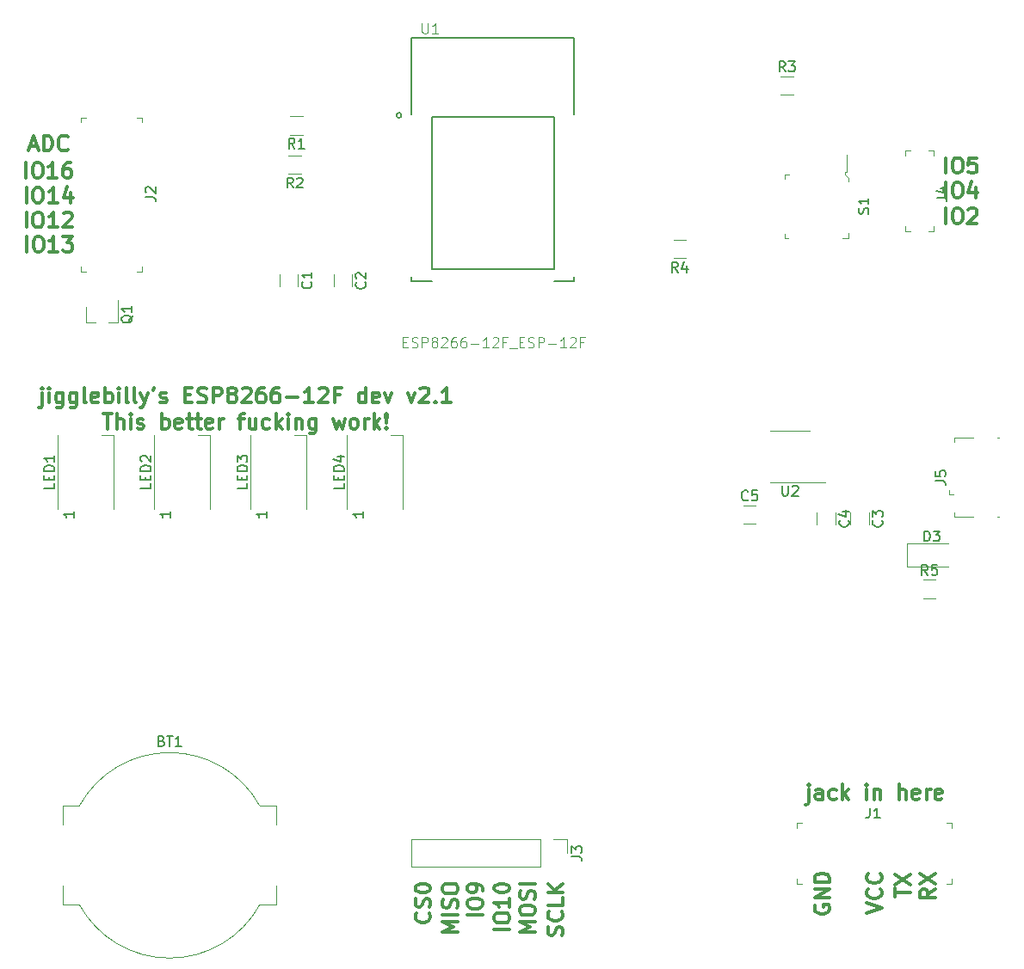
<source format=gbr>
G04 #@! TF.GenerationSoftware,KiCad,Pcbnew,(5.1.2)-1*
G04 #@! TF.CreationDate,2019-09-09T21:53:42-05:00*
G04 #@! TF.ProjectId,8266-dev,38323636-2d64-4657-962e-6b696361645f,rev?*
G04 #@! TF.SameCoordinates,Original*
G04 #@! TF.FileFunction,Legend,Top*
G04 #@! TF.FilePolarity,Positive*
%FSLAX46Y46*%
G04 Gerber Fmt 4.6, Leading zero omitted, Abs format (unit mm)*
G04 Created by KiCad (PCBNEW (5.1.2)-1) date 2019-09-09 21:53:42*
%MOMM*%
%LPD*%
G04 APERTURE LIST*
%ADD10C,0.300000*%
%ADD11C,0.120000*%
%ADD12C,0.100000*%
%ADD13C,0.127000*%
%ADD14C,0.150000*%
%ADD15C,0.050000*%
G04 APERTURE END LIST*
D10*
X88605011Y-81608891D02*
X88605011Y-82894605D01*
X88533582Y-83037462D01*
X88390725Y-83108891D01*
X88319297Y-83108891D01*
X88605011Y-81108891D02*
X88533582Y-81180320D01*
X88605011Y-81251748D01*
X88676440Y-81180320D01*
X88605011Y-81108891D01*
X88605011Y-81251748D01*
X89319297Y-82608891D02*
X89319297Y-81608891D01*
X89319297Y-81108891D02*
X89247868Y-81180320D01*
X89319297Y-81251748D01*
X89390725Y-81180320D01*
X89319297Y-81108891D01*
X89319297Y-81251748D01*
X90676440Y-81608891D02*
X90676440Y-82823177D01*
X90605011Y-82966034D01*
X90533582Y-83037462D01*
X90390725Y-83108891D01*
X90176440Y-83108891D01*
X90033582Y-83037462D01*
X90676440Y-82537462D02*
X90533582Y-82608891D01*
X90247868Y-82608891D01*
X90105011Y-82537462D01*
X90033582Y-82466034D01*
X89962154Y-82323177D01*
X89962154Y-81894605D01*
X90033582Y-81751748D01*
X90105011Y-81680320D01*
X90247868Y-81608891D01*
X90533582Y-81608891D01*
X90676440Y-81680320D01*
X92033582Y-81608891D02*
X92033582Y-82823177D01*
X91962154Y-82966034D01*
X91890725Y-83037462D01*
X91747868Y-83108891D01*
X91533582Y-83108891D01*
X91390725Y-83037462D01*
X92033582Y-82537462D02*
X91890725Y-82608891D01*
X91605011Y-82608891D01*
X91462154Y-82537462D01*
X91390725Y-82466034D01*
X91319297Y-82323177D01*
X91319297Y-81894605D01*
X91390725Y-81751748D01*
X91462154Y-81680320D01*
X91605011Y-81608891D01*
X91890725Y-81608891D01*
X92033582Y-81680320D01*
X92962154Y-82608891D02*
X92819297Y-82537462D01*
X92747868Y-82394605D01*
X92747868Y-81108891D01*
X94105011Y-82537462D02*
X93962154Y-82608891D01*
X93676440Y-82608891D01*
X93533582Y-82537462D01*
X93462154Y-82394605D01*
X93462154Y-81823177D01*
X93533582Y-81680320D01*
X93676440Y-81608891D01*
X93962154Y-81608891D01*
X94105011Y-81680320D01*
X94176440Y-81823177D01*
X94176440Y-81966034D01*
X93462154Y-82108891D01*
X94819297Y-82608891D02*
X94819297Y-81108891D01*
X94819297Y-81680320D02*
X94962154Y-81608891D01*
X95247868Y-81608891D01*
X95390725Y-81680320D01*
X95462154Y-81751748D01*
X95533582Y-81894605D01*
X95533582Y-82323177D01*
X95462154Y-82466034D01*
X95390725Y-82537462D01*
X95247868Y-82608891D01*
X94962154Y-82608891D01*
X94819297Y-82537462D01*
X96176440Y-82608891D02*
X96176440Y-81608891D01*
X96176440Y-81108891D02*
X96105011Y-81180320D01*
X96176440Y-81251748D01*
X96247868Y-81180320D01*
X96176440Y-81108891D01*
X96176440Y-81251748D01*
X97105011Y-82608891D02*
X96962154Y-82537462D01*
X96890725Y-82394605D01*
X96890725Y-81108891D01*
X97890725Y-82608891D02*
X97747868Y-82537462D01*
X97676440Y-82394605D01*
X97676440Y-81108891D01*
X98319297Y-81608891D02*
X98676440Y-82608891D01*
X99033582Y-81608891D02*
X98676440Y-82608891D01*
X98533582Y-82966034D01*
X98462154Y-83037462D01*
X98319297Y-83108891D01*
X99676440Y-81108891D02*
X99533582Y-81394605D01*
X100247868Y-82537462D02*
X100390725Y-82608891D01*
X100676440Y-82608891D01*
X100819297Y-82537462D01*
X100890725Y-82394605D01*
X100890725Y-82323177D01*
X100819297Y-82180320D01*
X100676440Y-82108891D01*
X100462154Y-82108891D01*
X100319297Y-82037462D01*
X100247868Y-81894605D01*
X100247868Y-81823177D01*
X100319297Y-81680320D01*
X100462154Y-81608891D01*
X100676440Y-81608891D01*
X100819297Y-81680320D01*
X102676440Y-81823177D02*
X103176440Y-81823177D01*
X103390725Y-82608891D02*
X102676440Y-82608891D01*
X102676440Y-81108891D01*
X103390725Y-81108891D01*
X103962154Y-82537462D02*
X104176440Y-82608891D01*
X104533582Y-82608891D01*
X104676440Y-82537462D01*
X104747868Y-82466034D01*
X104819297Y-82323177D01*
X104819297Y-82180320D01*
X104747868Y-82037462D01*
X104676440Y-81966034D01*
X104533582Y-81894605D01*
X104247868Y-81823177D01*
X104105011Y-81751748D01*
X104033582Y-81680320D01*
X103962154Y-81537462D01*
X103962154Y-81394605D01*
X104033582Y-81251748D01*
X104105011Y-81180320D01*
X104247868Y-81108891D01*
X104605011Y-81108891D01*
X104819297Y-81180320D01*
X105462154Y-82608891D02*
X105462154Y-81108891D01*
X106033582Y-81108891D01*
X106176440Y-81180320D01*
X106247868Y-81251748D01*
X106319297Y-81394605D01*
X106319297Y-81608891D01*
X106247868Y-81751748D01*
X106176440Y-81823177D01*
X106033582Y-81894605D01*
X105462154Y-81894605D01*
X107176440Y-81751748D02*
X107033582Y-81680320D01*
X106962154Y-81608891D01*
X106890725Y-81466034D01*
X106890725Y-81394605D01*
X106962154Y-81251748D01*
X107033582Y-81180320D01*
X107176440Y-81108891D01*
X107462154Y-81108891D01*
X107605011Y-81180320D01*
X107676440Y-81251748D01*
X107747868Y-81394605D01*
X107747868Y-81466034D01*
X107676440Y-81608891D01*
X107605011Y-81680320D01*
X107462154Y-81751748D01*
X107176440Y-81751748D01*
X107033582Y-81823177D01*
X106962154Y-81894605D01*
X106890725Y-82037462D01*
X106890725Y-82323177D01*
X106962154Y-82466034D01*
X107033582Y-82537462D01*
X107176440Y-82608891D01*
X107462154Y-82608891D01*
X107605011Y-82537462D01*
X107676440Y-82466034D01*
X107747868Y-82323177D01*
X107747868Y-82037462D01*
X107676440Y-81894605D01*
X107605011Y-81823177D01*
X107462154Y-81751748D01*
X108319297Y-81251748D02*
X108390725Y-81180320D01*
X108533582Y-81108891D01*
X108890725Y-81108891D01*
X109033582Y-81180320D01*
X109105011Y-81251748D01*
X109176440Y-81394605D01*
X109176440Y-81537462D01*
X109105011Y-81751748D01*
X108247868Y-82608891D01*
X109176440Y-82608891D01*
X110462154Y-81108891D02*
X110176440Y-81108891D01*
X110033582Y-81180320D01*
X109962154Y-81251748D01*
X109819297Y-81466034D01*
X109747868Y-81751748D01*
X109747868Y-82323177D01*
X109819297Y-82466034D01*
X109890725Y-82537462D01*
X110033582Y-82608891D01*
X110319297Y-82608891D01*
X110462154Y-82537462D01*
X110533582Y-82466034D01*
X110605011Y-82323177D01*
X110605011Y-81966034D01*
X110533582Y-81823177D01*
X110462154Y-81751748D01*
X110319297Y-81680320D01*
X110033582Y-81680320D01*
X109890725Y-81751748D01*
X109819297Y-81823177D01*
X109747868Y-81966034D01*
X111890725Y-81108891D02*
X111605011Y-81108891D01*
X111462154Y-81180320D01*
X111390725Y-81251748D01*
X111247868Y-81466034D01*
X111176440Y-81751748D01*
X111176440Y-82323177D01*
X111247868Y-82466034D01*
X111319297Y-82537462D01*
X111462154Y-82608891D01*
X111747868Y-82608891D01*
X111890725Y-82537462D01*
X111962154Y-82466034D01*
X112033582Y-82323177D01*
X112033582Y-81966034D01*
X111962154Y-81823177D01*
X111890725Y-81751748D01*
X111747868Y-81680320D01*
X111462154Y-81680320D01*
X111319297Y-81751748D01*
X111247868Y-81823177D01*
X111176440Y-81966034D01*
X112676440Y-82037462D02*
X113819297Y-82037462D01*
X115319297Y-82608891D02*
X114462154Y-82608891D01*
X114890725Y-82608891D02*
X114890725Y-81108891D01*
X114747868Y-81323177D01*
X114605011Y-81466034D01*
X114462154Y-81537462D01*
X115890725Y-81251748D02*
X115962154Y-81180320D01*
X116105011Y-81108891D01*
X116462154Y-81108891D01*
X116605011Y-81180320D01*
X116676440Y-81251748D01*
X116747868Y-81394605D01*
X116747868Y-81537462D01*
X116676440Y-81751748D01*
X115819297Y-82608891D01*
X116747868Y-82608891D01*
X117890725Y-81823177D02*
X117390725Y-81823177D01*
X117390725Y-82608891D02*
X117390725Y-81108891D01*
X118105011Y-81108891D01*
X120462154Y-82608891D02*
X120462154Y-81108891D01*
X120462154Y-82537462D02*
X120319297Y-82608891D01*
X120033582Y-82608891D01*
X119890725Y-82537462D01*
X119819297Y-82466034D01*
X119747868Y-82323177D01*
X119747868Y-81894605D01*
X119819297Y-81751748D01*
X119890725Y-81680320D01*
X120033582Y-81608891D01*
X120319297Y-81608891D01*
X120462154Y-81680320D01*
X121747868Y-82537462D02*
X121605011Y-82608891D01*
X121319297Y-82608891D01*
X121176440Y-82537462D01*
X121105011Y-82394605D01*
X121105011Y-81823177D01*
X121176440Y-81680320D01*
X121319297Y-81608891D01*
X121605011Y-81608891D01*
X121747868Y-81680320D01*
X121819297Y-81823177D01*
X121819297Y-81966034D01*
X121105011Y-82108891D01*
X122319297Y-81608891D02*
X122676440Y-82608891D01*
X123033582Y-81608891D01*
X124605011Y-81608891D02*
X124962154Y-82608891D01*
X125319297Y-81608891D01*
X125819297Y-81251748D02*
X125890725Y-81180320D01*
X126033582Y-81108891D01*
X126390725Y-81108891D01*
X126533582Y-81180320D01*
X126605011Y-81251748D01*
X126676440Y-81394605D01*
X126676440Y-81537462D01*
X126605011Y-81751748D01*
X125747868Y-82608891D01*
X126676440Y-82608891D01*
X127319297Y-82466034D02*
X127390725Y-82537462D01*
X127319297Y-82608891D01*
X127247868Y-82537462D01*
X127319297Y-82466034D01*
X127319297Y-82608891D01*
X128819297Y-82608891D02*
X127962154Y-82608891D01*
X128390725Y-82608891D02*
X128390725Y-81108891D01*
X128247868Y-81323177D01*
X128105011Y-81466034D01*
X127962154Y-81537462D01*
X94640725Y-83658891D02*
X95497868Y-83658891D01*
X95069297Y-85158891D02*
X95069297Y-83658891D01*
X95997868Y-85158891D02*
X95997868Y-83658891D01*
X96640725Y-85158891D02*
X96640725Y-84373177D01*
X96569297Y-84230320D01*
X96426440Y-84158891D01*
X96212154Y-84158891D01*
X96069297Y-84230320D01*
X95997868Y-84301748D01*
X97355011Y-85158891D02*
X97355011Y-84158891D01*
X97355011Y-83658891D02*
X97283582Y-83730320D01*
X97355011Y-83801748D01*
X97426440Y-83730320D01*
X97355011Y-83658891D01*
X97355011Y-83801748D01*
X97997868Y-85087462D02*
X98140725Y-85158891D01*
X98426440Y-85158891D01*
X98569297Y-85087462D01*
X98640725Y-84944605D01*
X98640725Y-84873177D01*
X98569297Y-84730320D01*
X98426440Y-84658891D01*
X98212154Y-84658891D01*
X98069297Y-84587462D01*
X97997868Y-84444605D01*
X97997868Y-84373177D01*
X98069297Y-84230320D01*
X98212154Y-84158891D01*
X98426440Y-84158891D01*
X98569297Y-84230320D01*
X100426440Y-85158891D02*
X100426440Y-83658891D01*
X100426440Y-84230320D02*
X100569297Y-84158891D01*
X100855011Y-84158891D01*
X100997868Y-84230320D01*
X101069297Y-84301748D01*
X101140725Y-84444605D01*
X101140725Y-84873177D01*
X101069297Y-85016034D01*
X100997868Y-85087462D01*
X100855011Y-85158891D01*
X100569297Y-85158891D01*
X100426440Y-85087462D01*
X102355011Y-85087462D02*
X102212154Y-85158891D01*
X101926440Y-85158891D01*
X101783582Y-85087462D01*
X101712154Y-84944605D01*
X101712154Y-84373177D01*
X101783582Y-84230320D01*
X101926440Y-84158891D01*
X102212154Y-84158891D01*
X102355011Y-84230320D01*
X102426440Y-84373177D01*
X102426440Y-84516034D01*
X101712154Y-84658891D01*
X102855011Y-84158891D02*
X103426440Y-84158891D01*
X103069297Y-83658891D02*
X103069297Y-84944605D01*
X103140725Y-85087462D01*
X103283582Y-85158891D01*
X103426440Y-85158891D01*
X103712154Y-84158891D02*
X104283582Y-84158891D01*
X103926440Y-83658891D02*
X103926440Y-84944605D01*
X103997868Y-85087462D01*
X104140725Y-85158891D01*
X104283582Y-85158891D01*
X105355011Y-85087462D02*
X105212154Y-85158891D01*
X104926440Y-85158891D01*
X104783582Y-85087462D01*
X104712154Y-84944605D01*
X104712154Y-84373177D01*
X104783582Y-84230320D01*
X104926440Y-84158891D01*
X105212154Y-84158891D01*
X105355011Y-84230320D01*
X105426440Y-84373177D01*
X105426440Y-84516034D01*
X104712154Y-84658891D01*
X106069297Y-85158891D02*
X106069297Y-84158891D01*
X106069297Y-84444605D02*
X106140725Y-84301748D01*
X106212154Y-84230320D01*
X106355011Y-84158891D01*
X106497868Y-84158891D01*
X107926440Y-84158891D02*
X108497868Y-84158891D01*
X108140725Y-85158891D02*
X108140725Y-83873177D01*
X108212154Y-83730320D01*
X108355011Y-83658891D01*
X108497868Y-83658891D01*
X109640725Y-84158891D02*
X109640725Y-85158891D01*
X108997868Y-84158891D02*
X108997868Y-84944605D01*
X109069297Y-85087462D01*
X109212154Y-85158891D01*
X109426440Y-85158891D01*
X109569297Y-85087462D01*
X109640725Y-85016034D01*
X110997868Y-85087462D02*
X110855011Y-85158891D01*
X110569297Y-85158891D01*
X110426440Y-85087462D01*
X110355011Y-85016034D01*
X110283582Y-84873177D01*
X110283582Y-84444605D01*
X110355011Y-84301748D01*
X110426440Y-84230320D01*
X110569297Y-84158891D01*
X110855011Y-84158891D01*
X110997868Y-84230320D01*
X111640725Y-85158891D02*
X111640725Y-83658891D01*
X111783582Y-84587462D02*
X112212154Y-85158891D01*
X112212154Y-84158891D02*
X111640725Y-84730320D01*
X112855011Y-85158891D02*
X112855011Y-84158891D01*
X112855011Y-83658891D02*
X112783582Y-83730320D01*
X112855011Y-83801748D01*
X112926440Y-83730320D01*
X112855011Y-83658891D01*
X112855011Y-83801748D01*
X113569297Y-84158891D02*
X113569297Y-85158891D01*
X113569297Y-84301748D02*
X113640725Y-84230320D01*
X113783582Y-84158891D01*
X113997868Y-84158891D01*
X114140725Y-84230320D01*
X114212154Y-84373177D01*
X114212154Y-85158891D01*
X115569297Y-84158891D02*
X115569297Y-85373177D01*
X115497868Y-85516034D01*
X115426440Y-85587462D01*
X115283582Y-85658891D01*
X115069297Y-85658891D01*
X114926440Y-85587462D01*
X115569297Y-85087462D02*
X115426440Y-85158891D01*
X115140725Y-85158891D01*
X114997868Y-85087462D01*
X114926440Y-85016034D01*
X114855011Y-84873177D01*
X114855011Y-84444605D01*
X114926440Y-84301748D01*
X114997868Y-84230320D01*
X115140725Y-84158891D01*
X115426440Y-84158891D01*
X115569297Y-84230320D01*
X117283582Y-84158891D02*
X117569297Y-85158891D01*
X117855011Y-84444605D01*
X118140725Y-85158891D01*
X118426440Y-84158891D01*
X119212154Y-85158891D02*
X119069297Y-85087462D01*
X118997868Y-85016034D01*
X118926440Y-84873177D01*
X118926440Y-84444605D01*
X118997868Y-84301748D01*
X119069297Y-84230320D01*
X119212154Y-84158891D01*
X119426440Y-84158891D01*
X119569297Y-84230320D01*
X119640725Y-84301748D01*
X119712154Y-84444605D01*
X119712154Y-84873177D01*
X119640725Y-85016034D01*
X119569297Y-85087462D01*
X119426440Y-85158891D01*
X119212154Y-85158891D01*
X120355011Y-85158891D02*
X120355011Y-84158891D01*
X120355011Y-84444605D02*
X120426440Y-84301748D01*
X120497868Y-84230320D01*
X120640725Y-84158891D01*
X120783582Y-84158891D01*
X121283582Y-85158891D02*
X121283582Y-83658891D01*
X121426440Y-84587462D02*
X121855011Y-85158891D01*
X121855011Y-84158891D02*
X121283582Y-84730320D01*
X122497868Y-85016034D02*
X122569297Y-85087462D01*
X122497868Y-85158891D01*
X122426440Y-85087462D01*
X122497868Y-85016034D01*
X122497868Y-85158891D01*
X122497868Y-84587462D02*
X122426440Y-83730320D01*
X122497868Y-83658891D01*
X122569297Y-83730320D01*
X122497868Y-84587462D01*
X122497868Y-83658891D01*
X139804222Y-135060214D02*
X139875651Y-134845928D01*
X139875651Y-134488785D01*
X139804222Y-134345928D01*
X139732794Y-134274500D01*
X139589937Y-134203071D01*
X139447080Y-134203071D01*
X139304222Y-134274500D01*
X139232794Y-134345928D01*
X139161365Y-134488785D01*
X139089937Y-134774500D01*
X139018508Y-134917357D01*
X138947080Y-134988785D01*
X138804222Y-135060214D01*
X138661365Y-135060214D01*
X138518508Y-134988785D01*
X138447080Y-134917357D01*
X138375651Y-134774500D01*
X138375651Y-134417357D01*
X138447080Y-134203071D01*
X139732794Y-132703071D02*
X139804222Y-132774500D01*
X139875651Y-132988785D01*
X139875651Y-133131642D01*
X139804222Y-133345928D01*
X139661365Y-133488785D01*
X139518508Y-133560214D01*
X139232794Y-133631642D01*
X139018508Y-133631642D01*
X138732794Y-133560214D01*
X138589937Y-133488785D01*
X138447080Y-133345928D01*
X138375651Y-133131642D01*
X138375651Y-132988785D01*
X138447080Y-132774500D01*
X138518508Y-132703071D01*
X139875651Y-131345928D02*
X139875651Y-132060214D01*
X138375651Y-132060214D01*
X139875651Y-130845928D02*
X138375651Y-130845928D01*
X139875651Y-129988785D02*
X139018508Y-130631642D01*
X138375651Y-129988785D02*
X139232794Y-130845928D01*
X137107051Y-134716542D02*
X135607051Y-134716542D01*
X136678480Y-134216542D01*
X135607051Y-133716542D01*
X137107051Y-133716542D01*
X135607051Y-132716542D02*
X135607051Y-132430828D01*
X135678480Y-132287971D01*
X135821337Y-132145114D01*
X136107051Y-132073685D01*
X136607051Y-132073685D01*
X136892765Y-132145114D01*
X137035622Y-132287971D01*
X137107051Y-132430828D01*
X137107051Y-132716542D01*
X137035622Y-132859400D01*
X136892765Y-133002257D01*
X136607051Y-133073685D01*
X136107051Y-133073685D01*
X135821337Y-133002257D01*
X135678480Y-132859400D01*
X135607051Y-132716542D01*
X137035622Y-131502257D02*
X137107051Y-131287971D01*
X137107051Y-130930828D01*
X137035622Y-130787971D01*
X136964194Y-130716542D01*
X136821337Y-130645114D01*
X136678480Y-130645114D01*
X136535622Y-130716542D01*
X136464194Y-130787971D01*
X136392765Y-130930828D01*
X136321337Y-131216542D01*
X136249908Y-131359400D01*
X136178480Y-131430828D01*
X136035622Y-131502257D01*
X135892765Y-131502257D01*
X135749908Y-131430828D01*
X135678480Y-131359400D01*
X135607051Y-131216542D01*
X135607051Y-130859400D01*
X135678480Y-130645114D01*
X137107051Y-130002257D02*
X135607051Y-130002257D01*
X134622931Y-134472085D02*
X133122931Y-134472085D01*
X133122931Y-133472085D02*
X133122931Y-133186371D01*
X133194360Y-133043514D01*
X133337217Y-132900657D01*
X133622931Y-132829228D01*
X134122931Y-132829228D01*
X134408645Y-132900657D01*
X134551502Y-133043514D01*
X134622931Y-133186371D01*
X134622931Y-133472085D01*
X134551502Y-133614942D01*
X134408645Y-133757800D01*
X134122931Y-133829228D01*
X133622931Y-133829228D01*
X133337217Y-133757800D01*
X133194360Y-133614942D01*
X133122931Y-133472085D01*
X134622931Y-131400657D02*
X134622931Y-132257800D01*
X134622931Y-131829228D02*
X133122931Y-131829228D01*
X133337217Y-131972085D01*
X133480074Y-132114942D01*
X133551502Y-132257800D01*
X133122931Y-130472085D02*
X133122931Y-130329228D01*
X133194360Y-130186371D01*
X133265788Y-130114942D01*
X133408645Y-130043514D01*
X133694360Y-129972085D01*
X134051502Y-129972085D01*
X134337217Y-130043514D01*
X134480074Y-130114942D01*
X134551502Y-130186371D01*
X134622931Y-130329228D01*
X134622931Y-130472085D01*
X134551502Y-130614942D01*
X134480074Y-130686371D01*
X134337217Y-130757800D01*
X134051502Y-130829228D01*
X133694360Y-130829228D01*
X133408645Y-130757800D01*
X133265788Y-130686371D01*
X133194360Y-130614942D01*
X133122931Y-130472085D01*
X131976251Y-133041520D02*
X130476251Y-133041520D01*
X130476251Y-132041520D02*
X130476251Y-131755805D01*
X130547680Y-131612948D01*
X130690537Y-131470091D01*
X130976251Y-131398662D01*
X131476251Y-131398662D01*
X131761965Y-131470091D01*
X131904822Y-131612948D01*
X131976251Y-131755805D01*
X131976251Y-132041520D01*
X131904822Y-132184377D01*
X131761965Y-132327234D01*
X131476251Y-132398662D01*
X130976251Y-132398662D01*
X130690537Y-132327234D01*
X130547680Y-132184377D01*
X130476251Y-132041520D01*
X131976251Y-130684377D02*
X131976251Y-130398662D01*
X131904822Y-130255805D01*
X131833394Y-130184377D01*
X131619108Y-130041520D01*
X131333394Y-129970091D01*
X130761965Y-129970091D01*
X130619108Y-130041520D01*
X130547680Y-130112948D01*
X130476251Y-130255805D01*
X130476251Y-130541520D01*
X130547680Y-130684377D01*
X130619108Y-130755805D01*
X130761965Y-130827234D01*
X131119108Y-130827234D01*
X131261965Y-130755805D01*
X131333394Y-130684377D01*
X131404822Y-130541520D01*
X131404822Y-130255805D01*
X131333394Y-130112948D01*
X131261965Y-130041520D01*
X131119108Y-129970091D01*
X129542931Y-134731782D02*
X128042931Y-134731782D01*
X129114360Y-134231782D01*
X128042931Y-133731782D01*
X129542931Y-133731782D01*
X129542931Y-133017497D02*
X128042931Y-133017497D01*
X129471502Y-132374640D02*
X129542931Y-132160354D01*
X129542931Y-131803211D01*
X129471502Y-131660354D01*
X129400074Y-131588925D01*
X129257217Y-131517497D01*
X129114360Y-131517497D01*
X128971502Y-131588925D01*
X128900074Y-131660354D01*
X128828645Y-131803211D01*
X128757217Y-132088925D01*
X128685788Y-132231782D01*
X128614360Y-132303211D01*
X128471502Y-132374640D01*
X128328645Y-132374640D01*
X128185788Y-132303211D01*
X128114360Y-132231782D01*
X128042931Y-132088925D01*
X128042931Y-131731782D01*
X128114360Y-131517497D01*
X128042931Y-130588925D02*
X128042931Y-130303211D01*
X128114360Y-130160354D01*
X128257217Y-130017497D01*
X128542931Y-129946068D01*
X129042931Y-129946068D01*
X129328645Y-130017497D01*
X129471502Y-130160354D01*
X129542931Y-130303211D01*
X129542931Y-130588925D01*
X129471502Y-130731782D01*
X129328645Y-130874640D01*
X129042931Y-130946068D01*
X128542931Y-130946068D01*
X128257217Y-130874640D01*
X128114360Y-130731782D01*
X128042931Y-130588925D01*
X126700054Y-132841085D02*
X126771482Y-132912514D01*
X126842911Y-133126800D01*
X126842911Y-133269657D01*
X126771482Y-133483942D01*
X126628625Y-133626800D01*
X126485768Y-133698228D01*
X126200054Y-133769657D01*
X125985768Y-133769657D01*
X125700054Y-133698228D01*
X125557197Y-133626800D01*
X125414340Y-133483942D01*
X125342911Y-133269657D01*
X125342911Y-133126800D01*
X125414340Y-132912514D01*
X125485768Y-132841085D01*
X126771482Y-132269657D02*
X126842911Y-132055371D01*
X126842911Y-131698228D01*
X126771482Y-131555371D01*
X126700054Y-131483942D01*
X126557197Y-131412514D01*
X126414340Y-131412514D01*
X126271482Y-131483942D01*
X126200054Y-131555371D01*
X126128625Y-131698228D01*
X126057197Y-131983942D01*
X125985768Y-132126800D01*
X125914340Y-132198228D01*
X125771482Y-132269657D01*
X125628625Y-132269657D01*
X125485768Y-132198228D01*
X125414340Y-132126800D01*
X125342911Y-131983942D01*
X125342911Y-131626800D01*
X125414340Y-131412514D01*
X125342911Y-130483942D02*
X125342911Y-130341085D01*
X125414340Y-130198228D01*
X125485768Y-130126800D01*
X125628625Y-130055371D01*
X125914340Y-129983942D01*
X126271482Y-129983942D01*
X126557197Y-130055371D01*
X126700054Y-130126800D01*
X126771482Y-130198228D01*
X126842911Y-130341085D01*
X126842911Y-130483942D01*
X126771482Y-130626800D01*
X126700054Y-130698228D01*
X126557197Y-130769657D01*
X126271482Y-130841085D01*
X125914340Y-130841085D01*
X125628625Y-130769657D01*
X125485768Y-130698228D01*
X125414340Y-130626800D01*
X125342911Y-130483942D01*
X177542060Y-64950731D02*
X177542060Y-63450731D01*
X178542060Y-63450731D02*
X178827774Y-63450731D01*
X178970631Y-63522160D01*
X179113488Y-63665017D01*
X179184917Y-63950731D01*
X179184917Y-64450731D01*
X179113488Y-64736445D01*
X178970631Y-64879302D01*
X178827774Y-64950731D01*
X178542060Y-64950731D01*
X178399202Y-64879302D01*
X178256345Y-64736445D01*
X178184917Y-64450731D01*
X178184917Y-63950731D01*
X178256345Y-63665017D01*
X178399202Y-63522160D01*
X178542060Y-63450731D01*
X179756345Y-63593588D02*
X179827774Y-63522160D01*
X179970631Y-63450731D01*
X180327774Y-63450731D01*
X180470631Y-63522160D01*
X180542060Y-63593588D01*
X180613488Y-63736445D01*
X180613488Y-63879302D01*
X180542060Y-64093588D01*
X179684917Y-64950731D01*
X180613488Y-64950731D01*
X177542060Y-62408191D02*
X177542060Y-60908191D01*
X178542060Y-60908191D02*
X178827774Y-60908191D01*
X178970631Y-60979620D01*
X179113488Y-61122477D01*
X179184917Y-61408191D01*
X179184917Y-61908191D01*
X179113488Y-62193905D01*
X178970631Y-62336762D01*
X178827774Y-62408191D01*
X178542060Y-62408191D01*
X178399202Y-62336762D01*
X178256345Y-62193905D01*
X178184917Y-61908191D01*
X178184917Y-61408191D01*
X178256345Y-61122477D01*
X178399202Y-60979620D01*
X178542060Y-60908191D01*
X180470631Y-61408191D02*
X180470631Y-62408191D01*
X180113488Y-60836762D02*
X179756345Y-61908191D01*
X180684917Y-61908191D01*
X177542060Y-59985031D02*
X177542060Y-58485031D01*
X178542060Y-58485031D02*
X178827774Y-58485031D01*
X178970631Y-58556460D01*
X179113488Y-58699317D01*
X179184917Y-58985031D01*
X179184917Y-59485031D01*
X179113488Y-59770745D01*
X178970631Y-59913602D01*
X178827774Y-59985031D01*
X178542060Y-59985031D01*
X178399202Y-59913602D01*
X178256345Y-59770745D01*
X178184917Y-59485031D01*
X178184917Y-58985031D01*
X178256345Y-58699317D01*
X178399202Y-58556460D01*
X178542060Y-58485031D01*
X180542060Y-58485031D02*
X179827774Y-58485031D01*
X179756345Y-59199317D01*
X179827774Y-59127888D01*
X179970631Y-59056460D01*
X180327774Y-59056460D01*
X180470631Y-59127888D01*
X180542060Y-59199317D01*
X180613488Y-59342174D01*
X180613488Y-59699317D01*
X180542060Y-59842174D01*
X180470631Y-59913602D01*
X180327774Y-59985031D01*
X179970631Y-59985031D01*
X179827774Y-59913602D01*
X179756345Y-59842174D01*
X87120054Y-67754891D02*
X87120054Y-66254891D01*
X88120054Y-66254891D02*
X88405768Y-66254891D01*
X88548625Y-66326320D01*
X88691482Y-66469177D01*
X88762911Y-66754891D01*
X88762911Y-67254891D01*
X88691482Y-67540605D01*
X88548625Y-67683462D01*
X88405768Y-67754891D01*
X88120054Y-67754891D01*
X87977197Y-67683462D01*
X87834340Y-67540605D01*
X87762911Y-67254891D01*
X87762911Y-66754891D01*
X87834340Y-66469177D01*
X87977197Y-66326320D01*
X88120054Y-66254891D01*
X90191482Y-67754891D02*
X89334340Y-67754891D01*
X89762911Y-67754891D02*
X89762911Y-66254891D01*
X89620054Y-66469177D01*
X89477197Y-66612034D01*
X89334340Y-66683462D01*
X90691482Y-66254891D02*
X91620054Y-66254891D01*
X91120054Y-66826320D01*
X91334340Y-66826320D01*
X91477197Y-66897748D01*
X91548625Y-66969177D01*
X91620054Y-67112034D01*
X91620054Y-67469177D01*
X91548625Y-67612034D01*
X91477197Y-67683462D01*
X91334340Y-67754891D01*
X90905768Y-67754891D01*
X90762911Y-67683462D01*
X90691482Y-67612034D01*
X87089574Y-65336811D02*
X87089574Y-63836811D01*
X88089574Y-63836811D02*
X88375288Y-63836811D01*
X88518145Y-63908240D01*
X88661002Y-64051097D01*
X88732431Y-64336811D01*
X88732431Y-64836811D01*
X88661002Y-65122525D01*
X88518145Y-65265382D01*
X88375288Y-65336811D01*
X88089574Y-65336811D01*
X87946717Y-65265382D01*
X87803860Y-65122525D01*
X87732431Y-64836811D01*
X87732431Y-64336811D01*
X87803860Y-64051097D01*
X87946717Y-63908240D01*
X88089574Y-63836811D01*
X90161002Y-65336811D02*
X89303860Y-65336811D01*
X89732431Y-65336811D02*
X89732431Y-63836811D01*
X89589574Y-64051097D01*
X89446717Y-64193954D01*
X89303860Y-64265382D01*
X90732431Y-63979668D02*
X90803860Y-63908240D01*
X90946717Y-63836811D01*
X91303860Y-63836811D01*
X91446717Y-63908240D01*
X91518145Y-63979668D01*
X91589574Y-64122525D01*
X91589574Y-64265382D01*
X91518145Y-64479668D01*
X90661002Y-65336811D01*
X91589574Y-65336811D01*
X87069254Y-62918731D02*
X87069254Y-61418731D01*
X88069254Y-61418731D02*
X88354968Y-61418731D01*
X88497825Y-61490160D01*
X88640682Y-61633017D01*
X88712111Y-61918731D01*
X88712111Y-62418731D01*
X88640682Y-62704445D01*
X88497825Y-62847302D01*
X88354968Y-62918731D01*
X88069254Y-62918731D01*
X87926397Y-62847302D01*
X87783540Y-62704445D01*
X87712111Y-62418731D01*
X87712111Y-61918731D01*
X87783540Y-61633017D01*
X87926397Y-61490160D01*
X88069254Y-61418731D01*
X90140682Y-62918731D02*
X89283540Y-62918731D01*
X89712111Y-62918731D02*
X89712111Y-61418731D01*
X89569254Y-61633017D01*
X89426397Y-61775874D01*
X89283540Y-61847302D01*
X91426397Y-61918731D02*
X91426397Y-62918731D01*
X91069254Y-61347302D02*
X90712111Y-62418731D01*
X91640682Y-62418731D01*
X87033694Y-60470171D02*
X87033694Y-58970171D01*
X88033694Y-58970171D02*
X88319408Y-58970171D01*
X88462265Y-59041600D01*
X88605122Y-59184457D01*
X88676551Y-59470171D01*
X88676551Y-59970171D01*
X88605122Y-60255885D01*
X88462265Y-60398742D01*
X88319408Y-60470171D01*
X88033694Y-60470171D01*
X87890837Y-60398742D01*
X87747980Y-60255885D01*
X87676551Y-59970171D01*
X87676551Y-59470171D01*
X87747980Y-59184457D01*
X87890837Y-59041600D01*
X88033694Y-58970171D01*
X90105122Y-60470171D02*
X89247980Y-60470171D01*
X89676551Y-60470171D02*
X89676551Y-58970171D01*
X89533694Y-59184457D01*
X89390837Y-59327314D01*
X89247980Y-59398742D01*
X91390837Y-58970171D02*
X91105122Y-58970171D01*
X90962265Y-59041600D01*
X90890837Y-59113028D01*
X90747980Y-59327314D01*
X90676551Y-59613028D01*
X90676551Y-60184457D01*
X90747980Y-60327314D01*
X90819408Y-60398742D01*
X90962265Y-60470171D01*
X91247980Y-60470171D01*
X91390837Y-60398742D01*
X91462265Y-60327314D01*
X91533694Y-60184457D01*
X91533694Y-59827314D01*
X91462265Y-59684457D01*
X91390837Y-59613028D01*
X91247980Y-59541600D01*
X90962265Y-59541600D01*
X90819408Y-59613028D01*
X90747980Y-59684457D01*
X90676551Y-59827314D01*
X87418777Y-57364440D02*
X88133062Y-57364440D01*
X87275920Y-57793011D02*
X87775920Y-56293011D01*
X88275920Y-57793011D01*
X88775920Y-57793011D02*
X88775920Y-56293011D01*
X89133062Y-56293011D01*
X89347348Y-56364440D01*
X89490205Y-56507297D01*
X89561634Y-56650154D01*
X89633062Y-56935868D01*
X89633062Y-57150154D01*
X89561634Y-57435868D01*
X89490205Y-57578725D01*
X89347348Y-57721582D01*
X89133062Y-57793011D01*
X88775920Y-57793011D01*
X91133062Y-57650154D02*
X91061634Y-57721582D01*
X90847348Y-57793011D01*
X90704491Y-57793011D01*
X90490205Y-57721582D01*
X90347348Y-57578725D01*
X90275920Y-57435868D01*
X90204491Y-57150154D01*
X90204491Y-56935868D01*
X90275920Y-56650154D01*
X90347348Y-56507297D01*
X90490205Y-56364440D01*
X90704491Y-56293011D01*
X90847348Y-56293011D01*
X91061634Y-56364440D01*
X91133062Y-56435868D01*
X176489751Y-130496120D02*
X175775465Y-130996120D01*
X176489751Y-131353262D02*
X174989751Y-131353262D01*
X174989751Y-130781834D01*
X175061180Y-130638977D01*
X175132608Y-130567548D01*
X175275465Y-130496120D01*
X175489751Y-130496120D01*
X175632608Y-130567548D01*
X175704037Y-130638977D01*
X175775465Y-130781834D01*
X175775465Y-131353262D01*
X174989751Y-129996120D02*
X176489751Y-128996120D01*
X174989751Y-128996120D02*
X176489751Y-129996120D01*
X172525951Y-131287377D02*
X172525951Y-130430234D01*
X174025951Y-130858805D02*
X172525951Y-130858805D01*
X172525951Y-130073091D02*
X174025951Y-129073091D01*
X172525951Y-129073091D02*
X174025951Y-130073091D01*
X169757351Y-132850640D02*
X171257351Y-132350640D01*
X169757351Y-131850640D01*
X171114494Y-130493497D02*
X171185922Y-130564925D01*
X171257351Y-130779211D01*
X171257351Y-130922068D01*
X171185922Y-131136354D01*
X171043065Y-131279211D01*
X170900208Y-131350640D01*
X170614494Y-131422068D01*
X170400208Y-131422068D01*
X170114494Y-131350640D01*
X169971637Y-131279211D01*
X169828780Y-131136354D01*
X169757351Y-130922068D01*
X169757351Y-130779211D01*
X169828780Y-130564925D01*
X169900208Y-130493497D01*
X171114494Y-128993497D02*
X171185922Y-129064925D01*
X171257351Y-129279211D01*
X171257351Y-129422068D01*
X171185922Y-129636354D01*
X171043065Y-129779211D01*
X170900208Y-129850640D01*
X170614494Y-129922068D01*
X170400208Y-129922068D01*
X170114494Y-129850640D01*
X169971637Y-129779211D01*
X169828780Y-129636354D01*
X169757351Y-129422068D01*
X169757351Y-129279211D01*
X169828780Y-129064925D01*
X169900208Y-128993497D01*
X164695440Y-132092557D02*
X164624011Y-132235414D01*
X164624011Y-132449700D01*
X164695440Y-132663985D01*
X164838297Y-132806842D01*
X164981154Y-132878271D01*
X165266868Y-132949700D01*
X165481154Y-132949700D01*
X165766868Y-132878271D01*
X165909725Y-132806842D01*
X166052582Y-132663985D01*
X166124011Y-132449700D01*
X166124011Y-132306842D01*
X166052582Y-132092557D01*
X165981154Y-132021128D01*
X165481154Y-132021128D01*
X165481154Y-132306842D01*
X166124011Y-131378271D02*
X164624011Y-131378271D01*
X166124011Y-130521128D01*
X164624011Y-130521128D01*
X166124011Y-129806842D02*
X164624011Y-129806842D01*
X164624011Y-129449700D01*
X164695440Y-129235414D01*
X164838297Y-129092557D01*
X164981154Y-129021128D01*
X165266868Y-128949700D01*
X165481154Y-128949700D01*
X165766868Y-129021128D01*
X165909725Y-129092557D01*
X166052582Y-129235414D01*
X166124011Y-129449700D01*
X166124011Y-129806842D01*
X164055765Y-120658771D02*
X164055765Y-121944485D01*
X163984337Y-122087342D01*
X163841480Y-122158771D01*
X163770051Y-122158771D01*
X164055765Y-120158771D02*
X163984337Y-120230200D01*
X164055765Y-120301628D01*
X164127194Y-120230200D01*
X164055765Y-120158771D01*
X164055765Y-120301628D01*
X165412908Y-121658771D02*
X165412908Y-120873057D01*
X165341480Y-120730200D01*
X165198622Y-120658771D01*
X164912908Y-120658771D01*
X164770051Y-120730200D01*
X165412908Y-121587342D02*
X165270051Y-121658771D01*
X164912908Y-121658771D01*
X164770051Y-121587342D01*
X164698622Y-121444485D01*
X164698622Y-121301628D01*
X164770051Y-121158771D01*
X164912908Y-121087342D01*
X165270051Y-121087342D01*
X165412908Y-121015914D01*
X166770051Y-121587342D02*
X166627194Y-121658771D01*
X166341480Y-121658771D01*
X166198622Y-121587342D01*
X166127194Y-121515914D01*
X166055765Y-121373057D01*
X166055765Y-120944485D01*
X166127194Y-120801628D01*
X166198622Y-120730200D01*
X166341480Y-120658771D01*
X166627194Y-120658771D01*
X166770051Y-120730200D01*
X167412908Y-121658771D02*
X167412908Y-120158771D01*
X167555765Y-121087342D02*
X167984337Y-121658771D01*
X167984337Y-120658771D02*
X167412908Y-121230200D01*
X169770051Y-121658771D02*
X169770051Y-120658771D01*
X169770051Y-120158771D02*
X169698622Y-120230200D01*
X169770051Y-120301628D01*
X169841480Y-120230200D01*
X169770051Y-120158771D01*
X169770051Y-120301628D01*
X170484337Y-120658771D02*
X170484337Y-121658771D01*
X170484337Y-120801628D02*
X170555765Y-120730200D01*
X170698622Y-120658771D01*
X170912908Y-120658771D01*
X171055765Y-120730200D01*
X171127194Y-120873057D01*
X171127194Y-121658771D01*
X172984337Y-121658771D02*
X172984337Y-120158771D01*
X173627194Y-121658771D02*
X173627194Y-120873057D01*
X173555765Y-120730200D01*
X173412908Y-120658771D01*
X173198622Y-120658771D01*
X173055765Y-120730200D01*
X172984337Y-120801628D01*
X174912908Y-121587342D02*
X174770051Y-121658771D01*
X174484337Y-121658771D01*
X174341480Y-121587342D01*
X174270051Y-121444485D01*
X174270051Y-120873057D01*
X174341480Y-120730200D01*
X174484337Y-120658771D01*
X174770051Y-120658771D01*
X174912908Y-120730200D01*
X174984337Y-120873057D01*
X174984337Y-121015914D01*
X174270051Y-121158771D01*
X175627194Y-121658771D02*
X175627194Y-120658771D01*
X175627194Y-120944485D02*
X175698622Y-120801628D01*
X175770051Y-120730200D01*
X175912908Y-120658771D01*
X176055765Y-120658771D01*
X177127194Y-121587342D02*
X176984337Y-121658771D01*
X176698622Y-121658771D01*
X176555765Y-121587342D01*
X176484337Y-121444485D01*
X176484337Y-120873057D01*
X176555765Y-120730200D01*
X176698622Y-120658771D01*
X176984337Y-120658771D01*
X177127194Y-120730200D01*
X177198622Y-120873057D01*
X177198622Y-121015914D01*
X176484337Y-121158771D01*
D11*
X90698200Y-122285180D02*
X92305290Y-122285180D01*
X90698200Y-124170180D02*
X90698200Y-122285180D01*
X111638200Y-124170180D02*
X111638200Y-122285180D01*
X90698200Y-130170180D02*
X90698200Y-132055180D01*
X111638200Y-130170180D02*
X111638200Y-132055180D01*
X111638200Y-122285180D02*
X110031110Y-122285180D01*
X90698200Y-132055180D02*
X92305290Y-132055180D01*
X111638200Y-132055180D02*
X110031110Y-132055180D01*
X92305290Y-122285180D02*
G75*
G02X110031110Y-122285180I8862910J-4885000D01*
G01*
X110033221Y-132051348D02*
G75*
G02X92305290Y-132055180I-8865021J4881168D01*
G01*
X113800300Y-69931656D02*
X113800300Y-71135784D01*
X111980300Y-69931656D02*
X111980300Y-71135784D01*
X114248824Y-56198180D02*
X113044696Y-56198180D01*
X114248824Y-54378180D02*
X113044696Y-54378180D01*
X114081184Y-58251680D02*
X112877056Y-58251680D01*
X114081184Y-60071680D02*
X112877056Y-60071680D01*
X161307236Y-52268800D02*
X162511364Y-52268800D01*
X161307236Y-50448800D02*
X162511364Y-50448800D01*
X151945424Y-68385100D02*
X150741296Y-68385100D01*
X151945424Y-66565100D02*
X150741296Y-66565100D01*
D12*
X167930360Y-60488780D02*
X167930360Y-60788780D01*
X167930360Y-60488780D02*
X167605360Y-60138780D01*
X167605360Y-60138780D02*
X167605360Y-59838780D01*
X167605360Y-59838780D02*
X167830360Y-59838780D01*
X167830360Y-59838780D02*
X167830360Y-58188780D01*
X167380360Y-66388780D02*
X167930360Y-66388780D01*
X167930360Y-66388780D02*
X167930360Y-65888780D01*
X161680360Y-60538780D02*
X161680360Y-60138780D01*
X161680360Y-60138780D02*
X162080360Y-60138780D01*
X162055360Y-66388780D02*
X161680360Y-66388780D01*
X161680360Y-66388780D02*
X161680360Y-66013780D01*
D13*
X123986780Y-54296580D02*
G75*
G03X123986780Y-54296580I-250000J0D01*
G01*
X140986780Y-70671580D02*
X138986780Y-70671580D01*
X140986780Y-70171580D02*
X140986780Y-70671580D01*
X124986780Y-70671580D02*
X126986780Y-70671580D01*
X124986780Y-70171580D02*
X124986780Y-70671580D01*
X140986780Y-46671580D02*
X140986780Y-54171580D01*
X124986780Y-46671580D02*
X140986780Y-46671580D01*
X124986780Y-54171580D02*
X124986780Y-46671580D01*
X126986780Y-69431580D02*
X126986780Y-54431580D01*
X138986780Y-69431580D02*
X126986780Y-69431580D01*
X138986780Y-54431580D02*
X138986780Y-69431580D01*
X126986780Y-54431580D02*
X138986780Y-54431580D01*
D12*
X178111480Y-123949200D02*
X178111480Y-124449200D01*
X178111480Y-123949200D02*
X177611480Y-123949200D01*
X178111480Y-129949200D02*
X177611480Y-129949200D01*
X178111480Y-129949200D02*
X178111480Y-129449200D01*
X162911480Y-123949200D02*
X162911480Y-124449200D01*
X162911480Y-123949200D02*
X163411480Y-123949200D01*
X162911480Y-129949200D02*
X162911480Y-129449200D01*
X162911480Y-129949200D02*
X163411480Y-129949200D01*
X98417640Y-69704280D02*
X97917640Y-69704280D01*
X98417640Y-69704280D02*
X98417640Y-69204280D01*
X92417640Y-69704280D02*
X92417640Y-69204280D01*
X92417640Y-69704280D02*
X92917640Y-69704280D01*
X98417640Y-54504280D02*
X97917640Y-54504280D01*
X98417640Y-54504280D02*
X98417640Y-55004280D01*
X92417640Y-54504280D02*
X92917640Y-54504280D01*
X92417640Y-54504280D02*
X92417640Y-55004280D01*
D11*
X124912530Y-125614200D02*
X124912530Y-128274200D01*
X137672530Y-125614200D02*
X124912530Y-125614200D01*
X137672530Y-128274200D02*
X124912530Y-128274200D01*
X137672530Y-125614200D02*
X137672530Y-128274200D01*
X138942530Y-125614200D02*
X140272530Y-125614200D01*
X140272530Y-125614200D02*
X140272530Y-126944200D01*
D12*
X173519640Y-65694700D02*
X174019640Y-65694700D01*
X173519640Y-65694700D02*
X173519640Y-65194700D01*
X173519640Y-57794700D02*
X173519640Y-58294700D01*
X173519640Y-57794700D02*
X174019640Y-57794700D01*
X176319640Y-57794700D02*
X175819640Y-57794700D01*
X176319640Y-57794700D02*
X176319640Y-58294700D01*
X176319640Y-65694700D02*
X175819640Y-65694700D01*
X176319640Y-65694700D02*
X176319640Y-65194700D01*
D11*
X119116520Y-69976916D02*
X119116520Y-71181044D01*
X117296520Y-69976916D02*
X117296520Y-71181044D01*
X95624000Y-85795000D02*
X94474000Y-85795000D01*
X95624000Y-93095000D02*
X95624000Y-85795000D01*
X90124000Y-93095000D02*
X90124000Y-85795000D01*
X99619666Y-93095000D02*
X99619666Y-85795000D01*
X105119666Y-93095000D02*
X105119666Y-85795000D01*
X105119666Y-85795000D02*
X103969666Y-85795000D01*
X114615332Y-85795000D02*
X113465332Y-85795000D01*
X114615332Y-93095000D02*
X114615332Y-85795000D01*
X109115332Y-93095000D02*
X109115332Y-85795000D01*
X118611000Y-93095000D02*
X118611000Y-85795000D01*
X124111000Y-93095000D02*
X124111000Y-85795000D01*
X124111000Y-85795000D02*
X122961000Y-85795000D01*
X92910500Y-74658000D02*
X93840500Y-74658000D01*
X96070500Y-74658000D02*
X95140500Y-74658000D01*
X96070500Y-74658000D02*
X96070500Y-72498000D01*
X92910500Y-74658000D02*
X92910500Y-73198000D01*
X178419500Y-93857400D02*
X178419500Y-93407400D01*
X180269500Y-93857400D02*
X178419500Y-93857400D01*
X182819500Y-86057400D02*
X182569500Y-86057400D01*
X182819500Y-93857400D02*
X182569500Y-93857400D01*
X180269500Y-86057400D02*
X178419500Y-86057400D01*
X178419500Y-86057400D02*
X178419500Y-86507400D01*
X177869500Y-91657400D02*
X177869500Y-91207400D01*
X177869500Y-91657400D02*
X178319500Y-91657400D01*
X162205900Y-85349400D02*
X160255900Y-85349400D01*
X162205900Y-85349400D02*
X164155900Y-85349400D01*
X162205900Y-90469400D02*
X160255900Y-90469400D01*
X162205900Y-90469400D02*
X165655900Y-90469400D01*
X169957699Y-93419237D02*
X169957699Y-94623365D01*
X168137699Y-93419237D02*
X168137699Y-94623365D01*
X164847699Y-93419237D02*
X164847699Y-94623365D01*
X166667699Y-93419237D02*
X166667699Y-94623365D01*
X177746781Y-96463161D02*
X173686781Y-96463161D01*
X173686781Y-96463161D02*
X173686781Y-98733161D01*
X173686781Y-98733161D02*
X177746781Y-98733161D01*
X175329717Y-100028161D02*
X176533845Y-100028161D01*
X175329717Y-101848161D02*
X176533845Y-101848161D01*
X157642476Y-92699160D02*
X158846604Y-92699160D01*
X157642476Y-94519160D02*
X158846604Y-94519160D01*
D14*
X100382485Y-115898751D02*
X100525342Y-115946370D01*
X100572961Y-115993989D01*
X100620580Y-116089227D01*
X100620580Y-116232084D01*
X100572961Y-116327322D01*
X100525342Y-116374941D01*
X100430104Y-116422560D01*
X100049152Y-116422560D01*
X100049152Y-115422560D01*
X100382485Y-115422560D01*
X100477723Y-115470180D01*
X100525342Y-115517799D01*
X100572961Y-115613037D01*
X100572961Y-115708275D01*
X100525342Y-115803513D01*
X100477723Y-115851132D01*
X100382485Y-115898751D01*
X100049152Y-115898751D01*
X100906295Y-115422560D02*
X101477723Y-115422560D01*
X101192009Y-116422560D02*
X101192009Y-115422560D01*
X102334866Y-116422560D02*
X101763438Y-116422560D01*
X102049152Y-116422560D02*
X102049152Y-115422560D01*
X101953914Y-115565418D01*
X101858676Y-115660656D01*
X101763438Y-115708275D01*
X115067442Y-70700386D02*
X115115061Y-70748005D01*
X115162680Y-70890862D01*
X115162680Y-70986100D01*
X115115061Y-71128958D01*
X115019823Y-71224196D01*
X114924585Y-71271815D01*
X114734109Y-71319434D01*
X114591252Y-71319434D01*
X114400776Y-71271815D01*
X114305538Y-71224196D01*
X114210300Y-71128958D01*
X114162680Y-70986100D01*
X114162680Y-70890862D01*
X114210300Y-70748005D01*
X114257919Y-70700386D01*
X115162680Y-69748005D02*
X115162680Y-70319434D01*
X115162680Y-70033720D02*
X114162680Y-70033720D01*
X114305538Y-70128958D01*
X114400776Y-70224196D01*
X114448395Y-70319434D01*
X113480093Y-57560560D02*
X113146760Y-57084370D01*
X112908664Y-57560560D02*
X112908664Y-56560560D01*
X113289617Y-56560560D01*
X113384855Y-56608180D01*
X113432474Y-56655799D01*
X113480093Y-56751037D01*
X113480093Y-56893894D01*
X113432474Y-56989132D01*
X113384855Y-57036751D01*
X113289617Y-57084370D01*
X112908664Y-57084370D01*
X114432474Y-57560560D02*
X113861045Y-57560560D01*
X114146760Y-57560560D02*
X114146760Y-56560560D01*
X114051521Y-56703418D01*
X113956283Y-56798656D01*
X113861045Y-56846275D01*
X113312453Y-61434060D02*
X112979120Y-60957870D01*
X112741024Y-61434060D02*
X112741024Y-60434060D01*
X113121977Y-60434060D01*
X113217215Y-60481680D01*
X113264834Y-60529299D01*
X113312453Y-60624537D01*
X113312453Y-60767394D01*
X113264834Y-60862632D01*
X113217215Y-60910251D01*
X113121977Y-60957870D01*
X112741024Y-60957870D01*
X113693405Y-60529299D02*
X113741024Y-60481680D01*
X113836262Y-60434060D01*
X114074358Y-60434060D01*
X114169596Y-60481680D01*
X114217215Y-60529299D01*
X114264834Y-60624537D01*
X114264834Y-60719775D01*
X114217215Y-60862632D01*
X113645786Y-61434060D01*
X114264834Y-61434060D01*
X161742633Y-49991180D02*
X161409300Y-49514990D01*
X161171204Y-49991180D02*
X161171204Y-48991180D01*
X161552157Y-48991180D01*
X161647395Y-49038800D01*
X161695014Y-49086419D01*
X161742633Y-49181657D01*
X161742633Y-49324514D01*
X161695014Y-49419752D01*
X161647395Y-49467371D01*
X161552157Y-49514990D01*
X161171204Y-49514990D01*
X162075966Y-48991180D02*
X162695014Y-48991180D01*
X162361680Y-49372133D01*
X162504538Y-49372133D01*
X162599776Y-49419752D01*
X162647395Y-49467371D01*
X162695014Y-49562609D01*
X162695014Y-49800704D01*
X162647395Y-49895942D01*
X162599776Y-49943561D01*
X162504538Y-49991180D01*
X162218823Y-49991180D01*
X162123585Y-49943561D01*
X162075966Y-49895942D01*
X151176693Y-69747480D02*
X150843360Y-69271290D01*
X150605264Y-69747480D02*
X150605264Y-68747480D01*
X150986217Y-68747480D01*
X151081455Y-68795100D01*
X151129074Y-68842719D01*
X151176693Y-68937957D01*
X151176693Y-69080814D01*
X151129074Y-69176052D01*
X151081455Y-69223671D01*
X150986217Y-69271290D01*
X150605264Y-69271290D01*
X152033836Y-69080814D02*
X152033836Y-69747480D01*
X151795740Y-68699861D02*
X151557645Y-69414147D01*
X152176693Y-69414147D01*
X169900121Y-63995684D02*
X169947740Y-63852827D01*
X169947740Y-63614732D01*
X169900121Y-63519494D01*
X169852502Y-63471875D01*
X169757264Y-63424256D01*
X169662026Y-63424256D01*
X169566788Y-63471875D01*
X169519169Y-63519494D01*
X169471550Y-63614732D01*
X169423931Y-63805208D01*
X169376312Y-63900446D01*
X169328693Y-63948065D01*
X169233455Y-63995684D01*
X169138217Y-63995684D01*
X169042979Y-63948065D01*
X168995360Y-63900446D01*
X168947740Y-63805208D01*
X168947740Y-63567113D01*
X168995360Y-63424256D01*
X169947740Y-62471875D02*
X169947740Y-63043303D01*
X169947740Y-62757589D02*
X168947740Y-62757589D01*
X169090598Y-62852827D01*
X169185836Y-62948065D01*
X169233455Y-63043303D01*
D15*
X126009508Y-45225939D02*
X126009508Y-46036086D01*
X126057164Y-46131397D01*
X126104820Y-46179053D01*
X126200131Y-46226709D01*
X126390754Y-46226709D01*
X126486065Y-46179053D01*
X126533721Y-46131397D01*
X126581377Y-46036086D01*
X126581377Y-45225939D01*
X127582147Y-46226709D02*
X127010278Y-46226709D01*
X127296212Y-46226709D02*
X127296212Y-45225939D01*
X127200901Y-45368906D01*
X127105590Y-45464217D01*
X127010278Y-45511873D01*
X124144856Y-76636505D02*
X124478500Y-76636505D01*
X124621490Y-77160801D02*
X124144856Y-77160801D01*
X124144856Y-76159871D01*
X124621490Y-76159871D01*
X125002796Y-77113138D02*
X125145786Y-77160801D01*
X125384103Y-77160801D01*
X125479430Y-77113138D01*
X125527093Y-77065475D01*
X125574756Y-76970148D01*
X125574756Y-76874821D01*
X125527093Y-76779495D01*
X125479430Y-76731831D01*
X125384103Y-76684168D01*
X125193450Y-76636505D01*
X125098123Y-76588841D01*
X125050460Y-76541178D01*
X125002796Y-76445851D01*
X125002796Y-76350525D01*
X125050460Y-76255198D01*
X125098123Y-76207535D01*
X125193450Y-76159871D01*
X125431766Y-76159871D01*
X125574756Y-76207535D01*
X126003726Y-77160801D02*
X126003726Y-76159871D01*
X126385033Y-76159871D01*
X126480360Y-76207535D01*
X126528023Y-76255198D01*
X126575686Y-76350525D01*
X126575686Y-76493515D01*
X126528023Y-76588841D01*
X126480360Y-76636505D01*
X126385033Y-76684168D01*
X126003726Y-76684168D01*
X127147646Y-76588841D02*
X127052320Y-76541178D01*
X127004656Y-76493515D01*
X126956993Y-76398188D01*
X126956993Y-76350525D01*
X127004656Y-76255198D01*
X127052320Y-76207535D01*
X127147646Y-76159871D01*
X127338300Y-76159871D01*
X127433626Y-76207535D01*
X127481290Y-76255198D01*
X127528953Y-76350525D01*
X127528953Y-76398188D01*
X127481290Y-76493515D01*
X127433626Y-76541178D01*
X127338300Y-76588841D01*
X127147646Y-76588841D01*
X127052320Y-76636505D01*
X127004656Y-76684168D01*
X126956993Y-76779495D01*
X126956993Y-76970148D01*
X127004656Y-77065475D01*
X127052320Y-77113138D01*
X127147646Y-77160801D01*
X127338300Y-77160801D01*
X127433626Y-77113138D01*
X127481290Y-77065475D01*
X127528953Y-76970148D01*
X127528953Y-76779495D01*
X127481290Y-76684168D01*
X127433626Y-76636505D01*
X127338300Y-76588841D01*
X127910260Y-76255198D02*
X127957923Y-76207535D01*
X128053250Y-76159871D01*
X128291566Y-76159871D01*
X128386893Y-76207535D01*
X128434556Y-76255198D01*
X128482220Y-76350525D01*
X128482220Y-76445851D01*
X128434556Y-76588841D01*
X127862596Y-77160801D01*
X128482220Y-77160801D01*
X129340160Y-76159871D02*
X129149506Y-76159871D01*
X129054180Y-76207535D01*
X129006516Y-76255198D01*
X128911190Y-76398188D01*
X128863526Y-76588841D01*
X128863526Y-76970148D01*
X128911190Y-77065475D01*
X128958853Y-77113138D01*
X129054180Y-77160801D01*
X129244833Y-77160801D01*
X129340160Y-77113138D01*
X129387823Y-77065475D01*
X129435486Y-76970148D01*
X129435486Y-76731831D01*
X129387823Y-76636505D01*
X129340160Y-76588841D01*
X129244833Y-76541178D01*
X129054180Y-76541178D01*
X128958853Y-76588841D01*
X128911190Y-76636505D01*
X128863526Y-76731831D01*
X130293426Y-76159871D02*
X130102773Y-76159871D01*
X130007446Y-76207535D01*
X129959783Y-76255198D01*
X129864456Y-76398188D01*
X129816793Y-76588841D01*
X129816793Y-76970148D01*
X129864456Y-77065475D01*
X129912120Y-77113138D01*
X130007446Y-77160801D01*
X130198100Y-77160801D01*
X130293426Y-77113138D01*
X130341090Y-77065475D01*
X130388753Y-76970148D01*
X130388753Y-76731831D01*
X130341090Y-76636505D01*
X130293426Y-76588841D01*
X130198100Y-76541178D01*
X130007446Y-76541178D01*
X129912120Y-76588841D01*
X129864456Y-76636505D01*
X129816793Y-76731831D01*
X130817723Y-76779495D02*
X131580336Y-76779495D01*
X132581266Y-77160801D02*
X132009306Y-77160801D01*
X132295286Y-77160801D02*
X132295286Y-76159871D01*
X132199960Y-76302861D01*
X132104633Y-76398188D01*
X132009306Y-76445851D01*
X132962573Y-76255198D02*
X133010236Y-76207535D01*
X133105563Y-76159871D01*
X133343880Y-76159871D01*
X133439206Y-76207535D01*
X133486870Y-76255198D01*
X133534533Y-76350525D01*
X133534533Y-76445851D01*
X133486870Y-76588841D01*
X132914910Y-77160801D01*
X133534533Y-77160801D01*
X134297146Y-76636505D02*
X133963503Y-76636505D01*
X133963503Y-77160801D02*
X133963503Y-76159871D01*
X134440136Y-76159871D01*
X134583126Y-77256128D02*
X135345740Y-77256128D01*
X135584056Y-76636505D02*
X135917700Y-76636505D01*
X136060690Y-77160801D02*
X135584056Y-77160801D01*
X135584056Y-76159871D01*
X136060690Y-76159871D01*
X136441996Y-77113138D02*
X136584986Y-77160801D01*
X136823303Y-77160801D01*
X136918630Y-77113138D01*
X136966293Y-77065475D01*
X137013956Y-76970148D01*
X137013956Y-76874821D01*
X136966293Y-76779495D01*
X136918630Y-76731831D01*
X136823303Y-76684168D01*
X136632650Y-76636505D01*
X136537323Y-76588841D01*
X136489660Y-76541178D01*
X136441996Y-76445851D01*
X136441996Y-76350525D01*
X136489660Y-76255198D01*
X136537323Y-76207535D01*
X136632650Y-76159871D01*
X136870966Y-76159871D01*
X137013956Y-76207535D01*
X137442926Y-77160801D02*
X137442926Y-76159871D01*
X137824233Y-76159871D01*
X137919560Y-76207535D01*
X137967223Y-76255198D01*
X138014886Y-76350525D01*
X138014886Y-76493515D01*
X137967223Y-76588841D01*
X137919560Y-76636505D01*
X137824233Y-76684168D01*
X137442926Y-76684168D01*
X138443856Y-76779495D02*
X139206470Y-76779495D01*
X140207400Y-77160801D02*
X139635440Y-77160801D01*
X139921420Y-77160801D02*
X139921420Y-76159871D01*
X139826093Y-76302861D01*
X139730766Y-76398188D01*
X139635440Y-76445851D01*
X140588706Y-76255198D02*
X140636370Y-76207535D01*
X140731696Y-76159871D01*
X140970013Y-76159871D01*
X141065340Y-76207535D01*
X141113003Y-76255198D01*
X141160666Y-76350525D01*
X141160666Y-76445851D01*
X141113003Y-76588841D01*
X140541043Y-77160801D01*
X141160666Y-77160801D01*
X141923280Y-76636505D02*
X141589636Y-76636505D01*
X141589636Y-77160801D02*
X141589636Y-76159871D01*
X142066270Y-76159871D01*
D14*
X170078146Y-122501580D02*
X170078146Y-123215866D01*
X170030527Y-123358723D01*
X169935289Y-123453961D01*
X169792432Y-123501580D01*
X169697194Y-123501580D01*
X171078146Y-123501580D02*
X170506718Y-123501580D01*
X170792432Y-123501580D02*
X170792432Y-122501580D01*
X170697194Y-122644438D01*
X170601956Y-122739676D01*
X170506718Y-122787295D01*
X98770020Y-62337613D02*
X99484306Y-62337613D01*
X99627163Y-62385232D01*
X99722401Y-62480470D01*
X99770020Y-62623327D01*
X99770020Y-62718565D01*
X98865259Y-61909041D02*
X98817640Y-61861422D01*
X98770020Y-61766184D01*
X98770020Y-61528089D01*
X98817640Y-61432851D01*
X98865259Y-61385232D01*
X98960497Y-61337613D01*
X99055735Y-61337613D01*
X99198592Y-61385232D01*
X99770020Y-61956660D01*
X99770020Y-61337613D01*
X140724910Y-127277533D02*
X141439196Y-127277533D01*
X141582053Y-127325152D01*
X141677291Y-127420390D01*
X141724910Y-127563247D01*
X141724910Y-127658485D01*
X140724910Y-126896580D02*
X140724910Y-126277533D01*
X141105863Y-126610866D01*
X141105863Y-126468009D01*
X141153482Y-126372771D01*
X141201101Y-126325152D01*
X141296339Y-126277533D01*
X141534434Y-126277533D01*
X141629672Y-126325152D01*
X141677291Y-126372771D01*
X141724910Y-126468009D01*
X141724910Y-126753723D01*
X141677291Y-126848961D01*
X141629672Y-126896580D01*
X176652020Y-62378033D02*
X177366306Y-62378033D01*
X177509163Y-62425652D01*
X177604401Y-62520890D01*
X177652020Y-62663747D01*
X177652020Y-62758985D01*
X176985354Y-61473271D02*
X177652020Y-61473271D01*
X176604401Y-61711366D02*
X177318687Y-61949461D01*
X177318687Y-61330414D01*
X120383662Y-70745646D02*
X120431281Y-70793265D01*
X120478900Y-70936122D01*
X120478900Y-71031360D01*
X120431281Y-71174218D01*
X120336043Y-71269456D01*
X120240805Y-71317075D01*
X120050329Y-71364694D01*
X119907472Y-71364694D01*
X119716996Y-71317075D01*
X119621758Y-71269456D01*
X119526520Y-71174218D01*
X119478900Y-71031360D01*
X119478900Y-70936122D01*
X119526520Y-70793265D01*
X119574139Y-70745646D01*
X119574139Y-70364694D02*
X119526520Y-70317075D01*
X119478900Y-70221837D01*
X119478900Y-69983741D01*
X119526520Y-69888503D01*
X119574139Y-69840884D01*
X119669377Y-69793265D01*
X119764615Y-69793265D01*
X119907472Y-69840884D01*
X120478900Y-70412313D01*
X120478900Y-69793265D01*
X89826380Y-90564047D02*
X89826380Y-91040238D01*
X88826380Y-91040238D01*
X89302571Y-90230714D02*
X89302571Y-89897380D01*
X89826380Y-89754523D02*
X89826380Y-90230714D01*
X88826380Y-90230714D01*
X88826380Y-89754523D01*
X89826380Y-89325952D02*
X88826380Y-89325952D01*
X88826380Y-89087857D01*
X88874000Y-88945000D01*
X88969238Y-88849761D01*
X89064476Y-88802142D01*
X89254952Y-88754523D01*
X89397809Y-88754523D01*
X89588285Y-88802142D01*
X89683523Y-88849761D01*
X89778761Y-88945000D01*
X89826380Y-89087857D01*
X89826380Y-89325952D01*
X89826380Y-87802142D02*
X89826380Y-88373571D01*
X89826380Y-88087857D02*
X88826380Y-88087857D01*
X88969238Y-88183095D01*
X89064476Y-88278333D01*
X89112095Y-88373571D01*
X91726380Y-93309285D02*
X91726380Y-93880714D01*
X91726380Y-93595000D02*
X90726380Y-93595000D01*
X90869238Y-93690238D01*
X90964476Y-93785476D01*
X91012095Y-93880714D01*
X99322046Y-90564047D02*
X99322046Y-91040238D01*
X98322046Y-91040238D01*
X98798237Y-90230714D02*
X98798237Y-89897380D01*
X99322046Y-89754523D02*
X99322046Y-90230714D01*
X98322046Y-90230714D01*
X98322046Y-89754523D01*
X99322046Y-89325952D02*
X98322046Y-89325952D01*
X98322046Y-89087857D01*
X98369666Y-88945000D01*
X98464904Y-88849761D01*
X98560142Y-88802142D01*
X98750618Y-88754523D01*
X98893475Y-88754523D01*
X99083951Y-88802142D01*
X99179189Y-88849761D01*
X99274427Y-88945000D01*
X99322046Y-89087857D01*
X99322046Y-89325952D01*
X98417285Y-88373571D02*
X98369666Y-88325952D01*
X98322046Y-88230714D01*
X98322046Y-87992619D01*
X98369666Y-87897380D01*
X98417285Y-87849761D01*
X98512523Y-87802142D01*
X98607761Y-87802142D01*
X98750618Y-87849761D01*
X99322046Y-88421190D01*
X99322046Y-87802142D01*
X101222046Y-93309285D02*
X101222046Y-93880714D01*
X101222046Y-93595000D02*
X100222046Y-93595000D01*
X100364904Y-93690238D01*
X100460142Y-93785476D01*
X100507761Y-93880714D01*
X108817712Y-90564047D02*
X108817712Y-91040238D01*
X107817712Y-91040238D01*
X108293903Y-90230714D02*
X108293903Y-89897380D01*
X108817712Y-89754523D02*
X108817712Y-90230714D01*
X107817712Y-90230714D01*
X107817712Y-89754523D01*
X108817712Y-89325952D02*
X107817712Y-89325952D01*
X107817712Y-89087857D01*
X107865332Y-88945000D01*
X107960570Y-88849761D01*
X108055808Y-88802142D01*
X108246284Y-88754523D01*
X108389141Y-88754523D01*
X108579617Y-88802142D01*
X108674855Y-88849761D01*
X108770093Y-88945000D01*
X108817712Y-89087857D01*
X108817712Y-89325952D01*
X107817712Y-88421190D02*
X107817712Y-87802142D01*
X108198665Y-88135476D01*
X108198665Y-87992619D01*
X108246284Y-87897380D01*
X108293903Y-87849761D01*
X108389141Y-87802142D01*
X108627236Y-87802142D01*
X108722474Y-87849761D01*
X108770093Y-87897380D01*
X108817712Y-87992619D01*
X108817712Y-88278333D01*
X108770093Y-88373571D01*
X108722474Y-88421190D01*
X110717712Y-93309285D02*
X110717712Y-93880714D01*
X110717712Y-93595000D02*
X109717712Y-93595000D01*
X109860570Y-93690238D01*
X109955808Y-93785476D01*
X110003427Y-93880714D01*
X118313380Y-90564047D02*
X118313380Y-91040238D01*
X117313380Y-91040238D01*
X117789571Y-90230714D02*
X117789571Y-89897380D01*
X118313380Y-89754523D02*
X118313380Y-90230714D01*
X117313380Y-90230714D01*
X117313380Y-89754523D01*
X118313380Y-89325952D02*
X117313380Y-89325952D01*
X117313380Y-89087857D01*
X117361000Y-88945000D01*
X117456238Y-88849761D01*
X117551476Y-88802142D01*
X117741952Y-88754523D01*
X117884809Y-88754523D01*
X118075285Y-88802142D01*
X118170523Y-88849761D01*
X118265761Y-88945000D01*
X118313380Y-89087857D01*
X118313380Y-89325952D01*
X117646714Y-87897380D02*
X118313380Y-87897380D01*
X117265761Y-88135476D02*
X117980047Y-88373571D01*
X117980047Y-87754523D01*
X120213380Y-93309285D02*
X120213380Y-93880714D01*
X120213380Y-93595000D02*
X119213380Y-93595000D01*
X119356238Y-93690238D01*
X119451476Y-93785476D01*
X119499095Y-93880714D01*
X97538119Y-73993238D02*
X97490500Y-74088476D01*
X97395261Y-74183714D01*
X97252404Y-74326571D01*
X97204785Y-74421809D01*
X97204785Y-74517047D01*
X97442880Y-74469428D02*
X97395261Y-74564666D01*
X97300023Y-74659904D01*
X97109547Y-74707523D01*
X96776214Y-74707523D01*
X96585738Y-74659904D01*
X96490500Y-74564666D01*
X96442880Y-74469428D01*
X96442880Y-74278952D01*
X96490500Y-74183714D01*
X96585738Y-74088476D01*
X96776214Y-74040857D01*
X97109547Y-74040857D01*
X97300023Y-74088476D01*
X97395261Y-74183714D01*
X97442880Y-74278952D01*
X97442880Y-74469428D01*
X97442880Y-73088476D02*
X97442880Y-73659904D01*
X97442880Y-73374190D02*
X96442880Y-73374190D01*
X96585738Y-73469428D01*
X96680976Y-73564666D01*
X96728595Y-73659904D01*
X176521880Y-90290733D02*
X177236166Y-90290733D01*
X177379023Y-90338352D01*
X177474261Y-90433590D01*
X177521880Y-90576447D01*
X177521880Y-90671685D01*
X176521880Y-89338352D02*
X176521880Y-89814542D01*
X176998071Y-89862161D01*
X176950452Y-89814542D01*
X176902833Y-89719304D01*
X176902833Y-89481209D01*
X176950452Y-89385971D01*
X176998071Y-89338352D01*
X177093309Y-89290733D01*
X177331404Y-89290733D01*
X177426642Y-89338352D01*
X177474261Y-89385971D01*
X177521880Y-89481209D01*
X177521880Y-89719304D01*
X177474261Y-89814542D01*
X177426642Y-89862161D01*
X161443995Y-90761780D02*
X161443995Y-91571304D01*
X161491614Y-91666542D01*
X161539233Y-91714161D01*
X161634471Y-91761780D01*
X161824947Y-91761780D01*
X161920185Y-91714161D01*
X161967804Y-91666542D01*
X162015423Y-91571304D01*
X162015423Y-90761780D01*
X162443995Y-90857019D02*
X162491614Y-90809400D01*
X162586852Y-90761780D01*
X162824947Y-90761780D01*
X162920185Y-90809400D01*
X162967804Y-90857019D01*
X163015423Y-90952257D01*
X163015423Y-91047495D01*
X162967804Y-91190352D01*
X162396376Y-91761780D01*
X163015423Y-91761780D01*
X171224841Y-94187967D02*
X171272460Y-94235586D01*
X171320079Y-94378443D01*
X171320079Y-94473681D01*
X171272460Y-94616539D01*
X171177222Y-94711777D01*
X171081984Y-94759396D01*
X170891508Y-94807015D01*
X170748651Y-94807015D01*
X170558175Y-94759396D01*
X170462937Y-94711777D01*
X170367699Y-94616539D01*
X170320079Y-94473681D01*
X170320079Y-94378443D01*
X170367699Y-94235586D01*
X170415318Y-94187967D01*
X170320079Y-93854634D02*
X170320079Y-93235586D01*
X170701032Y-93568920D01*
X170701032Y-93426062D01*
X170748651Y-93330824D01*
X170796270Y-93283205D01*
X170891508Y-93235586D01*
X171129603Y-93235586D01*
X171224841Y-93283205D01*
X171272460Y-93330824D01*
X171320079Y-93426062D01*
X171320079Y-93711777D01*
X171272460Y-93807015D01*
X171224841Y-93854634D01*
X167934841Y-94187967D02*
X167982460Y-94235586D01*
X168030079Y-94378443D01*
X168030079Y-94473681D01*
X167982460Y-94616539D01*
X167887222Y-94711777D01*
X167791984Y-94759396D01*
X167601508Y-94807015D01*
X167458651Y-94807015D01*
X167268175Y-94759396D01*
X167172937Y-94711777D01*
X167077699Y-94616539D01*
X167030079Y-94473681D01*
X167030079Y-94378443D01*
X167077699Y-94235586D01*
X167125318Y-94187967D01*
X167363413Y-93330824D02*
X168030079Y-93330824D01*
X166982460Y-93568920D02*
X167696746Y-93807015D01*
X167696746Y-93187967D01*
X175408685Y-96230541D02*
X175408685Y-95230541D01*
X175646781Y-95230541D01*
X175789638Y-95278161D01*
X175884876Y-95373399D01*
X175932495Y-95468637D01*
X175980114Y-95659113D01*
X175980114Y-95801970D01*
X175932495Y-95992446D01*
X175884876Y-96087684D01*
X175789638Y-96182922D01*
X175646781Y-96230541D01*
X175408685Y-96230541D01*
X176313447Y-95230541D02*
X176932495Y-95230541D01*
X176599161Y-95611494D01*
X176742019Y-95611494D01*
X176837257Y-95659113D01*
X176884876Y-95706732D01*
X176932495Y-95801970D01*
X176932495Y-96040065D01*
X176884876Y-96135303D01*
X176837257Y-96182922D01*
X176742019Y-96230541D01*
X176456304Y-96230541D01*
X176361066Y-96182922D01*
X176313447Y-96135303D01*
X175765114Y-99570541D02*
X175431781Y-99094351D01*
X175193685Y-99570541D02*
X175193685Y-98570541D01*
X175574638Y-98570541D01*
X175669876Y-98618161D01*
X175717495Y-98665780D01*
X175765114Y-98761018D01*
X175765114Y-98903875D01*
X175717495Y-98999113D01*
X175669876Y-99046732D01*
X175574638Y-99094351D01*
X175193685Y-99094351D01*
X176669876Y-98570541D02*
X176193685Y-98570541D01*
X176146066Y-99046732D01*
X176193685Y-98999113D01*
X176288923Y-98951494D01*
X176527019Y-98951494D01*
X176622257Y-98999113D01*
X176669876Y-99046732D01*
X176717495Y-99141970D01*
X176717495Y-99380065D01*
X176669876Y-99475303D01*
X176622257Y-99522922D01*
X176527019Y-99570541D01*
X176288923Y-99570541D01*
X176193685Y-99522922D01*
X176146066Y-99475303D01*
X158077873Y-92146302D02*
X158030254Y-92193921D01*
X157887397Y-92241540D01*
X157792159Y-92241540D01*
X157649301Y-92193921D01*
X157554063Y-92098683D01*
X157506444Y-92003445D01*
X157458825Y-91812969D01*
X157458825Y-91670112D01*
X157506444Y-91479636D01*
X157554063Y-91384398D01*
X157649301Y-91289160D01*
X157792159Y-91241540D01*
X157887397Y-91241540D01*
X158030254Y-91289160D01*
X158077873Y-91336779D01*
X158982635Y-91241540D02*
X158506444Y-91241540D01*
X158458825Y-91717731D01*
X158506444Y-91670112D01*
X158601682Y-91622493D01*
X158839778Y-91622493D01*
X158935016Y-91670112D01*
X158982635Y-91717731D01*
X159030254Y-91812969D01*
X159030254Y-92051064D01*
X158982635Y-92146302D01*
X158935016Y-92193921D01*
X158839778Y-92241540D01*
X158601682Y-92241540D01*
X158506444Y-92193921D01*
X158458825Y-92146302D01*
M02*

</source>
